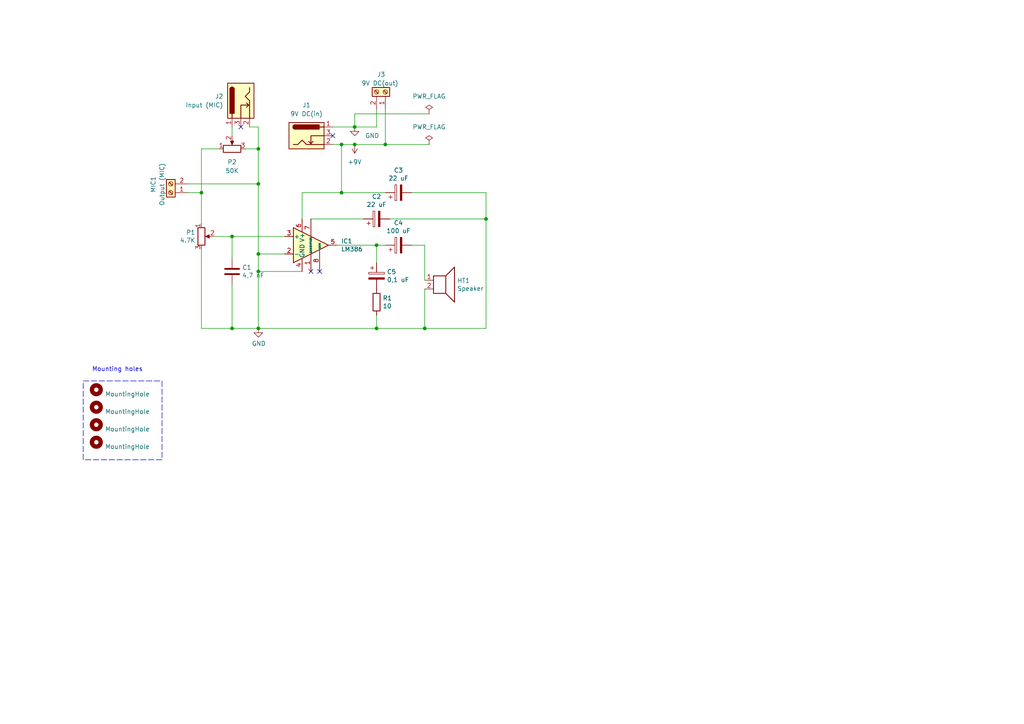
<source format=kicad_sch>
(kicad_sch (version 20230121) (generator eeschema)
  (paper "A4")
  (title_block (title "ZX Spectrum Amplifier") (date "2024-02-28") (rev "v2") (company "Ny Elektronik") (comment 1 "1984 issue 3"))
  (lib_symbols
    (symbol "Amplifier_Audio:LM386" (pin_names (offset 0.127))
      (property "Reference" "U" (at 1.27 7.62 0))
      (property "Value" "LM386" (at 1.27 5.08 0))
      (symbol "LM386_0_1"
        (polyline (pts (xy 5.08 0) (xy -5.08 5.08) (xy -5.08 -5.08) (xy 5.08 0)) (stroke (width 0.254)) (fill (type background)))
      )
      (symbol "LM386_1_1"
        (pin input line (at 0 -7.62 90) (length 5.08) (name "GAIN") (number "1"))
        (pin input line (at -7.62 -2.54 0) (length 2.54) (name "-") (number "2"))
        (pin input line (at -7.62 2.54 0) (length 2.54) (name "+") (number "3"))
        (pin power_in line (at -2.54 -7.62 90) (length 3.81) (name "GND") (number "4"))
        (pin output line (at 7.62 0 180) (length 2.54) (name "~") (number "5"))
        (pin power_in line (at -2.54 7.62 270) (length 3.81) (name "V+") (number "6"))
        (pin input line (at 0 7.62 270) (length 5.08) (name "BYPASS") (number "7"))
        (pin input line (at 2.54 -7.62 90) (length 6.35) (name "GAIN") (number "8"))
      )
    )
    (symbol "Connector:Barrel_Jack_Switch" (pin_names hide)
      (property "Reference" "J" (at 0 5.334 0))
      (property "Value" "Barrel_Jack_Switch" (at 0 -5.08 0))
      (symbol "Barrel_Jack_Switch_0_1"
        (rectangle (start -5.08 3.81) (end 5.08 -3.81) (stroke (width 0.254)) (fill (type background)))
        (arc (start -3.302 3.175) (mid -3.9343 2.54) (end -3.302 1.905) (stroke (width 0.254)))
        (arc (start -3.302 3.175) (mid -3.9343 2.54) (end -3.302 1.905) (stroke (width 0.254)) (fill (type outline)))
        (polyline (pts (xy 1.27 -2.286) (xy 1.905 -1.651)) (stroke (width 0.254)))
        (polyline (pts (xy 5.08 2.54) (xy 3.81 2.54)) (stroke (width 0.254)))
        (polyline (pts (xy 5.08 0) (xy 1.27 0) (xy 1.27 -2.286) (xy 0.635 -1.651)) (stroke (width 0.254)))
        (polyline (pts (xy -3.81 -2.54) (xy -2.54 -2.54) (xy -1.27 -1.27) (xy 0 -2.54) (xy 2.54 -2.54) (xy 5.08 -2.54)) (stroke (width 0.254)))
        (rectangle (start 3.683 3.175) (end -3.302 1.905) (stroke (width 0.254)) (fill (type outline)))
      )
      (symbol "Barrel_Jack_Switch_1_1"
        (pin passive line (at 7.62 2.54 180) (length 2.54) (name "~") (number "1"))
        (pin passive line (at 7.62 -2.54 180) (length 2.54) (name "~") (number "2"))
        (pin passive line (at 7.62 0 180) (length 2.54) (name "~") (number "3"))
      )
    )
    (symbol "Connector:Screw_Terminal_01x02" (pin_names (offset 1.016) hide)
      (property "Reference" "J" (at 0 2.54 0))
      (property "Value" "Screw_Terminal_01x02" (at 0 -5.08 0))
      (symbol "Screw_Terminal_01x02_1_1"
        (rectangle (start -1.27 1.27) (end 1.27 -3.81) (stroke (width 0.254)) (fill (type background)))
        (circle (center 0 -2.54) (radius 0.635) (stroke (width 0.1524)))
        (polyline (pts (xy -0.5334 -2.2098) (xy 0.3302 -3.048)) (stroke (width 0.1524)))
        (polyline (pts (xy -0.5334 0.3302) (xy 0.3302 -0.508)) (stroke (width 0.1524)))
        (polyline (pts (xy -0.3556 -2.032) (xy 0.508 -2.8702)) (stroke (width 0.1524)))
        (polyline (pts (xy -0.3556 0.508) (xy 0.508 -0.3302)) (stroke (width 0.1524)))
        (circle (center 0 0) (radius 0.635) (stroke (width 0.1524)))
        (pin passive line (at -5.08 0 0) (length 3.81) (name "Pin_1") (number "1"))
        (pin passive line (at -5.08 -2.54 0) (length 3.81) (name "Pin_2") (number "2"))
      )
    )
    (symbol "Device:C" (pin_numbers hide) (pin_names (offset 0.254))
      (property "Reference" "C" (at 0.635 2.54 0))
      (property "Value" "C" (at 0.635 -2.54 0))
      (symbol "C_0_1"
        (polyline (pts (xy -2.032 -0.762) (xy 2.032 -0.762)) (stroke (width 0.508)))
        (polyline (pts (xy -2.032 0.762) (xy 2.032 0.762)) (stroke (width 0.508)))
      )
      (symbol "C_1_1"
        (pin passive line (at 0 3.81 270) (length 2.794) (name "~") (number "1"))
        (pin passive line (at 0 -3.81 90) (length 2.794) (name "~") (number "2"))
      )
    )
    (symbol "Device:R" (pin_numbers hide) (pin_names (offset 0))
      (property "Reference" "R" (at 2.032 0 90))
      (property "Value" "R" (at 0 0 90))
      (symbol "R_0_1"
        (rectangle (start -1.016 -2.54) (end 1.016 2.54) (stroke (width 0.254)))
      )
      (symbol "R_1_1"
        (pin passive line (at 0 3.81 270) (length 1.27) (name "~") (number "1"))
        (pin passive line (at 0 -3.81 90) (length 1.27) (name "~") (number "2"))
      )
    )
    (symbol "Device:R_Potentiometer" (pin_names (offset 1.016) hide)
      (property "Reference" "RV" (at -4.445 0 90))
      (property "Value" "R_Potentiometer" (at -2.54 0 90))
      (symbol "R_Potentiometer_0_1"
        (polyline (pts (xy 2.54 0) (xy 1.524 0)))
        (polyline (pts (xy 1.143 0) (xy 2.286 0.508) (xy 2.286 -0.508) (xy 1.143 0)) (fill (type outline)))
        (rectangle (start 1.016 2.54) (end -1.016 -2.54) (stroke (width 0.254)))
      )
      (symbol "R_Potentiometer_1_1"
        (pin passive line (at 0 3.81 270) (length 1.27) (name "1") (number "1"))
        (pin passive line (at 3.81 0 180) (length 1.27) (name "2") (number "2"))
        (pin passive line (at 0 -3.81 90) (length 1.27) (name "3") (number "3"))
      )
    )
    (symbol "Device:Speaker" (pin_names (offset 0) hide)
      (property "Reference" "LS" (at 1.27 5.715 0))
      (property "Value" "Speaker" (at 1.27 3.81 0))
      (symbol "Speaker_0_0"
        (rectangle (start -2.54 1.27) (end 1.016 -3.81) (stroke (width 0.254)))
        (polyline (pts (xy 1.016 1.27) (xy 3.556 3.81) (xy 3.556 -6.35) (xy 1.016 -3.81)) (stroke (width 0.254)))
      )
      (symbol "Speaker_1_1"
        (pin input line (at -5.08 0 0) (length 2.54) (name "1") (number "1"))
        (pin input line (at -5.08 -2.54 0) (length 2.54) (name "2") (number "2"))
      )
    )
    (symbol "Mechanical:MountingHole" (pin_names (offset 1.016))
      (property "Reference" "H" (at 0 5.08 0))
      (property "Value" "MountingHole" (at 0 3.175 0))
      (symbol "MountingHole_0_1"
        (circle (center 0 0) (radius 1.27) (stroke (width 1.27)))
      )
    )
    (symbol "ZX Spectrum AMP-rescue:CP-Device" (pin_numbers hide) (pin_names (offset 0.254))
      (property "Reference" "C" (at 0.635 2.54 0))
      (property "Value" "Device_CP" (at 0.635 -2.54 0))
      (symbol "CP-Device_0_1"
        (rectangle (start -2.286 0.508) (end 2.286 1.016))
        (polyline (pts (xy -1.778 2.286) (xy -0.762 2.286)))
        (polyline (pts (xy -1.27 2.794) (xy -1.27 1.778)))
        (rectangle (start 2.286 -0.508) (end -2.286 -1.016) (fill (type outline)))
      )
      (symbol "CP-Device_1_1"
        (pin passive line (at 0 3.81 270) (length 2.794) (name "~") (number "1"))
        (pin passive line (at 0 -3.81 90) (length 2.794) (name "~") (number "2"))
      )
    )
    (symbol "ZX Spectrum AMP-rescue:R_POT-Device" (pin_names (offset 1.016) hide)
      (property "Reference" "RV" (at -4.445 0 90))
      (property "Value" "Device_R_POT" (at -2.54 0 90))
      (symbol "R_POT-Device_0_1"
        (polyline (pts (xy 2.54 0) (xy 1.524 0)))
        (polyline (pts (xy 1.143 0) (xy 2.286 0.508) (xy 2.286 -0.508) (xy 1.143 0)) (fill (type outline)))
        (rectangle (start 1.016 2.54) (end -1.016 -2.54) (stroke (width 0.254)))
      )
      (symbol "R_POT-Device_1_1"
        (pin passive line (at 0 3.81 270) (length 1.27) (name "1") (number "1"))
        (pin passive line (at 3.81 0 180) (length 1.27) (name "2") (number "2"))
        (pin passive line (at 0 -3.81 90) (length 1.27) (name "3") (number "3"))
      )
    )
    (symbol "power:+9V" (power) (pin_names (offset 0))
      (property "Value" "+9V" (at 0 3.556 0))
      (symbol "+9V_0_1"
        (polyline (pts (xy -0.762 1.27) (xy 0 2.54)))
        (polyline (pts (xy 0 0) (xy 0 2.54)))
        (polyline (pts (xy 0 2.54) (xy 0.762 1.27)))
      )
      (symbol "+9V_1_1"
        (pin power_in line (at 0 0 90) (length 0) hide (name "+9V") (number "1"))
      )
    )
    (symbol "power:GND" (power) (pin_names (offset 0))
      (property "Value" "GND" (at 0 -3.81 0))
      (symbol "GND_0_1"
        (polyline (pts (xy 0 0) (xy 0 -1.27) (xy 1.27 -1.27) (xy 0 -2.54) (xy -1.27 -1.27) (xy 0 -1.27)))
      )
      (symbol "GND_1_1"
        (pin power_in line (at 0 0 270) (length 0) hide (name "GND") (number "1"))
      )
    )
    (symbol "power:PWR_FLAG" (power) (pin_numbers hide) (pin_names (offset 0) hide)
      (property "Value" "PWR_FLAG" (at 0 3.81 0))
      (symbol "PWR_FLAG_0_0"
        (pin power_out line (at 0 0 90) (length 0) (name "pwr") (number "1"))
      )
      (symbol "PWR_FLAG_0_1"
        (polyline (pts (xy 0 0) (xy 0 1.27) (xy -1.016 1.905) (xy 0 2.54) (xy 1.016 1.905) (xy 0 1.27)))
      )
    )
  )
  (junction (at 58.42 55.88))
  (junction (at 99.06 55.88))
  (junction (at 109.22 95.25))
  (junction (at 99.06 41.91))
  (junction (at 67.31 95.25))
  (junction (at 109.22 71.12))
  (junction (at 74.93 43.18))
  (junction (at 123.19 95.25))
  (junction (at 74.93 78.74))
  (junction (at 140.97 63.5))
  (junction (at 74.93 53.34))
  (junction (at 74.93 73.66))
  (junction (at 111.76 41.91))
  (junction (at 102.87 36.83))
  (junction (at 67.31 68.58))
  (junction (at 102.87 41.91))
  (junction (at 74.93 95.25))
  (no_connect (at 69.85 36.83))
  (no_connect (at 92.71 78.74))
  (no_connect (at 96.52 39.37))
  (no_connect (at 90.17 78.74))
  (wire (pts (xy 111.76 31.75) (xy 111.76 41.91)))
  (wire (pts (xy 109.22 71.12) (xy 109.22 76.2)))
  (wire (pts (xy 102.87 36.83) (xy 109.22 36.83)))
  (wire (pts (xy 119.38 55.88) (xy 140.97 55.88)))
  (wire (pts (xy 140.97 95.25) (xy 140.97 63.5)))
  (wire (pts (xy 58.42 43.18) (xy 58.42 55.88)))
  (wire (pts (xy 113.03 63.5) (xy 140.97 63.5)))
  (wire (pts (xy 54.61 53.34) (xy 74.93 53.34)))
  (wire (pts (xy 99.06 55.88) (xy 111.76 55.88)))
  (wire (pts (xy 99.06 41.91) (xy 99.06 55.88)))
  (wire (pts (xy 74.93 95.25) (xy 67.31 95.25)))
  (wire (pts (xy 58.42 95.25) (xy 67.31 95.25)))
  (wire (pts (xy 105.41 63.5) (xy 90.17 63.5)))
  (wire (pts (xy 109.22 31.75) (xy 109.22 36.83)))
  (wire (pts (xy 67.31 82.55) (xy 67.31 95.25)))
  (wire (pts (xy 62.23 68.58) (xy 67.31 68.58)))
  (wire (pts (xy 54.61 55.88) (xy 58.42 55.88)))
  (wire (pts (xy 96.52 36.83) (xy 102.87 36.83)))
  (wire (pts (xy 74.93 36.83) (xy 74.93 43.18)))
  (wire (pts (xy 97.79 71.12) (xy 109.22 71.12)))
  (wire (pts (xy 74.93 53.34) (xy 74.93 73.66)))
  (wire (pts (xy 74.93 73.66) (xy 74.93 78.74)))
  (wire (pts (xy 123.19 81.28) (xy 123.19 71.12)))
  (wire (pts (xy 87.63 55.88) (xy 99.06 55.88)))
  (wire (pts (xy 111.76 71.12) (xy 109.22 71.12)))
  (wire (pts (xy 67.31 36.83) (xy 67.31 39.37)))
  (wire (pts (xy 74.93 78.74) (xy 74.93 95.25)))
  (wire (pts (xy 123.19 71.12) (xy 119.38 71.12)))
  (wire (pts (xy 58.42 43.18) (xy 63.5 43.18)))
  (wire (pts (xy 71.12 43.18) (xy 74.93 43.18)))
  (wire (pts (xy 58.42 72.39) (xy 58.42 95.25)))
  (wire (pts (xy 87.63 55.88) (xy 87.63 63.5)))
  (wire (pts (xy 124.46 33.02) (xy 102.87 33.02)))
  (wire (pts (xy 99.06 41.91) (xy 102.87 41.91)))
  (wire (pts (xy 58.42 55.88) (xy 58.42 64.77)))
  (wire (pts (xy 96.52 41.91) (xy 99.06 41.91)))
  (wire (pts (xy 87.63 78.74) (xy 74.93 78.74)))
  (wire (pts (xy 102.87 41.91) (xy 111.76 41.91)))
  (wire (pts (xy 124.46 41.91) (xy 111.76 41.91)))
  (wire (pts (xy 140.97 55.88) (xy 140.97 63.5)))
  (wire (pts (xy 74.93 95.25) (xy 109.22 95.25)))
  (wire (pts (xy 102.87 33.02) (xy 102.87 36.83)))
  (wire (pts (xy 67.31 74.93) (xy 67.31 68.58)))
  (wire (pts (xy 72.39 36.83) (xy 74.93 36.83)))
  (wire (pts (xy 82.55 73.66) (xy 74.93 73.66)))
  (wire (pts (xy 123.19 95.25) (xy 123.19 83.82)))
  (wire (pts (xy 67.31 68.58) (xy 82.55 68.58)))
  (wire (pts (xy 123.19 95.25) (xy 140.97 95.25)))
  (wire (pts (xy 109.22 91.44) (xy 109.22 95.25)))
  (wire (pts (xy 74.93 43.18) (xy 74.93 53.34)))
  (wire (pts (xy 109.22 95.25) (xy 123.19 95.25)))
  (rectangle (start 24.13 110.49) (end 46.99 133.35) (stroke (width 0) (type dash)))
  (text "Mounting holes" (at 26.67 107.95 0) (effects (font (size 1.27 1.27)) (justify left bottom)))
  (symbol (lib_id "Amplifier_Audio:LM386") (at 90.17 71.12 0) (unit 1)
    (property "Reference" "IC1" (at 98.9076 69.9516 0) (effects (justify left)))
    (property "Value" "LM386" (at 98.9076 72.263 0) (effects (justify left)))
    (property "Footprint" "Package_DIP:DIP-8_W7.62mm" (effects hide))
    (property "Datasheet" "http://www.ti.com/lit/ds/symlink/lm386.pdf" (effects hide))
  )
  (symbol (lib_id "Device:C") (at 67.31 78.74 0) (unit 1)
    (property "Reference" "C1" (at 70.231 77.5716 0) (effects (justify left)))
    (property "Value" "4,7 nF" (at 70.231 79.883 0) (effects (justify left)))
    (property "Footprint" "Capacitor_THT:C_Disc_D7.5mm_W5.0mm_P7.50mm" (effects hide))
  )
  (symbol (lib_id "ZX Spectrum AMP-rescue:CP-Device") (at 109.22 80.01 0) (unit 1)
    (property "Reference" "C5" (at 112.2172 78.8416 0) (effects (justify left)))
    (property "Value" "0,1 uF" (at 112.2172 81.153 0) (effects (justify left)))
    (property "Footprint" "Capacitor_THT:CP_Radial_Tantal_D4.5mm_P2.50mm" (effects hide))
  )
  (symbol (lib_id "ZX Spectrum AMP-rescue:CP-Device") (at 115.57 55.88 90) (unit 1)
    (property "Reference" "C3" (at 115.57 49.403 90))
    (property "Value" "22 uF" (at 115.57 51.7144 90))
    (property "Footprint" "Capacitor_THT:CP_Radial_D5.0mm_P2.50mm" (effects hide))
  )
  (symbol (lib_id "ZX Spectrum AMP-rescue:CP-Device") (at 115.57 71.12 90) (unit 1)
    (property "Reference" "C4" (at 115.57 64.643 90))
    (property "Value" "100 uF" (at 115.57 66.9544 90))
    (property "Footprint" "Capacitor_THT:CP_Radial_D5.0mm_P2.50mm" (effects hide))
  )
  (symbol (lib_id "ZX Spectrum AMP-rescue:CP-Device") (at 109.22 63.5 90) (unit 1)
    (property "Reference" "C2" (at 109.22 57.023 90))
    (property "Value" "22 uF" (at 109.22 59.3344 90))
    (property "Footprint" "Capacitor_THT:CP_Radial_D5.0mm_P2.50mm" (effects hide))
  )
  (symbol (lib_id "ZX Spectrum AMP-rescue:R_POT-Device") (at 58.42 68.58 0) (unit 1)
    (property "Reference" "P1" (at 56.6674 67.4116 0) (effects (justify right)))
    (property "Value" "4.7K" (at 56.6674 69.723 0) (effects (justify right)))
    (property "Footprint" "ZXAmp:Potentionmeter" (effects hide))
  )
  (symbol (lib_id "Device:R") (at 109.22 87.63 0) (unit 1)
    (property "Reference" "R1" (at 110.998 86.4616 0) (effects (justify left)))
    (property "Value" "10" (at 110.998 88.773 0) (effects (justify left)))
    (property "Footprint" "Resistor_THT:R_Axial_DIN0207_L6.3mm_D2.5mm_P10.16mm_Horizontal" (effects hide))
  )
  (symbol (lib_id "Device:Speaker") (at 128.27 81.28 0) (unit 1)
    (property "Reference" "HT1" (at 132.588 81.3816 0) (effects (justify left)))
    (property "Value" "Speaker" (at 132.588 83.693 0) (effects (justify left)))
    (property "Footprint" "Connector_PinHeader_2.54mm:PinHeader_1x02_P2.54mm_Horizontal" (effects hide))
  )
  (symbol (lib_id "power:+9V") (at 102.87 41.91 180) (unit 1)
    (property "Reference" "#PWR0102" (effects hide))
    (property "Value" "+9V" (at 102.87 46.99 0))
  )
  (symbol (lib_id "power:GND") (at 102.87 36.83 0) (unit 1)
    (property "Reference" "#PWR0103" (effects hide))
    (property "Value" "GND" (at 107.95 39.37 0))
  )
  (symbol (lib_id "power:GND") (at 74.93 95.25 0) (unit 1)
    (property "Reference" "#PWR0104" (effects hide))
    (property "Value" "GND" (at 75.057 99.6442 0))
  )
  (symbol (lib_id "Connector:Barrel_Jack_Switch") (at 88.9 39.37 0) (unit 1)
    (property "Reference" "J1" (at 88.9 30.48 0))
    (property "Value" "9V DC(in)" (at 88.9 33.02 0))
    (property "Footprint" "Connector_BarrelJack:BarrelJack_GCT_DCJ200-10-A_Horizontal" (effects hide))
  )
  (symbol (lib_id "Connector:Screw_Terminal_01x02") (at 111.76 26.67 270) (mirror x) (unit 1)
    (property "Reference" "J3" (at 111.76 21.59 90) (effects (justify right)))
    (property "Value" "9V DC(out)" (at 115.57 24.13 90) (effects (justify right)))
    (property "Footprint" "Connector_PinHeader_2.54mm:PinHeader_1x02_P2.54mm_Horizontal" (effects hide))
  )
  (symbol (lib_id "Mechanical:MountingHole") (at 27.94 128.27 0) (unit 1)
    (property "Reference" "H4" (effects hide))
    (property "Value" "MountingHole" (at 30.48 129.54 0) (effects (justify left)))
    (property "Footprint" "MountingHole:MountingHole_3.5mm" (effects hide))
  )
  (symbol (lib_id "Connector:Barrel_Jack_Switch") (at 69.85 29.21 90) (mirror x) (unit 1)
    (property "Reference" "J2" (at 64.77 27.94 90) (effects (justify left)))
    (property "Value" "Input (MIC)" (at 64.77 30.48 90) (effects (justify left)))
    (property "Footprint" "ZXAmp:3.5mm mono jack chassis with switch" (effects hide))
  )
  (symbol (lib_id "Mechanical:MountingHole") (at 27.94 123.19 0) (unit 1)
    (property "Reference" "H3" (effects hide))
    (property "Value" "MountingHole" (at 30.48 124.46 0) (effects (justify left)))
    (property "Footprint" "MountingHole:MountingHole_3.5mm" (effects hide))
  )
  (symbol (lib_id "Mechanical:MountingHole") (at 27.94 118.11 0) (unit 1)
    (property "Reference" "H2" (effects hide))
    (property "Value" "MountingHole" (at 30.48 119.38 0) (effects (justify left)))
    (property "Footprint" "MountingHole:MountingHole_3.5mm" (effects hide))
  )
  (symbol (lib_id "Connector:Screw_Terminal_01x02") (at 49.53 55.88 180) (unit 1)
    (property "Reference" "MIC1" (at 44.45 55.88 90) (effects (justify right)))
    (property "Value" "Output (MIC)" (at 46.99 59.69 90) (effects (justify right)))
    (property "Footprint" "Connector_PinHeader_2.54mm:PinHeader_1x02_P2.54mm_Horizontal" (effects hide))
  )
  (symbol (lib_id "power:PWR_FLAG") (at 124.46 33.02 0) (unit 1)
    (property "Reference" "#FLG02" (effects hide))
    (property "Value" "PWR_FLAG" (at 124.46 27.94 0))
  )
  (symbol (lib_id "power:PWR_FLAG") (at 124.46 41.91 0) (unit 1)
    (property "Reference" "#FLG01" (effects hide))
    (property "Value" "PWR_FLAG" (at 124.46 36.83 0))
  )
  (symbol (lib_id "Device:R_Potentiometer") (at 67.31 43.18 90) (unit 1)
    (property "Reference" "P2" (at 67.31 46.99 90))
    (property "Value" "50K" (at 67.31 49.53 90))
    (property "Footprint" "Potentiometer_THT:Potentiometer_Piher_PT-10-V10_Vertical" (effects hide))
  )
  (symbol (lib_id "Mechanical:MountingHole") (at 27.94 113.03 0) (unit 1)
    (property "Reference" "H1" (effects hide))
    (property "Value" "MountingHole" (at 30.48 114.3 0) (effects (justify left)))
    (property "Footprint" "MountingHole:MountingHole_3.5mm" (effects hide))
  )
)
</source>
